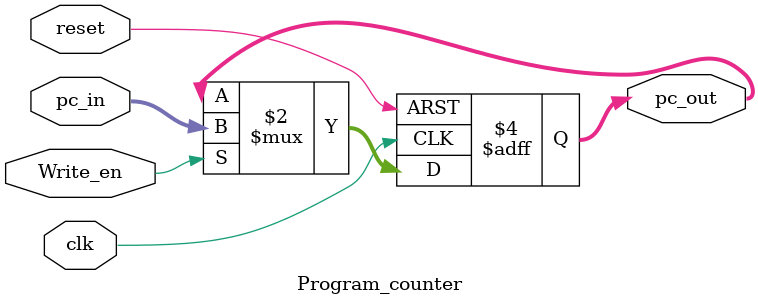
<source format=sv>
module Program_counter (
    input clk,
    input reset,
    input Write_en,
    input [31:0] pc_in,

    output logic [31:0] pc_out 
);

always_ff @(posedge clk or posedge reset) begin
    if(reset)
        pc_out <= 32'h0;
    else begin
        if(Write_en)
            pc_out <= pc_in;
    end
end

endmodule
</source>
